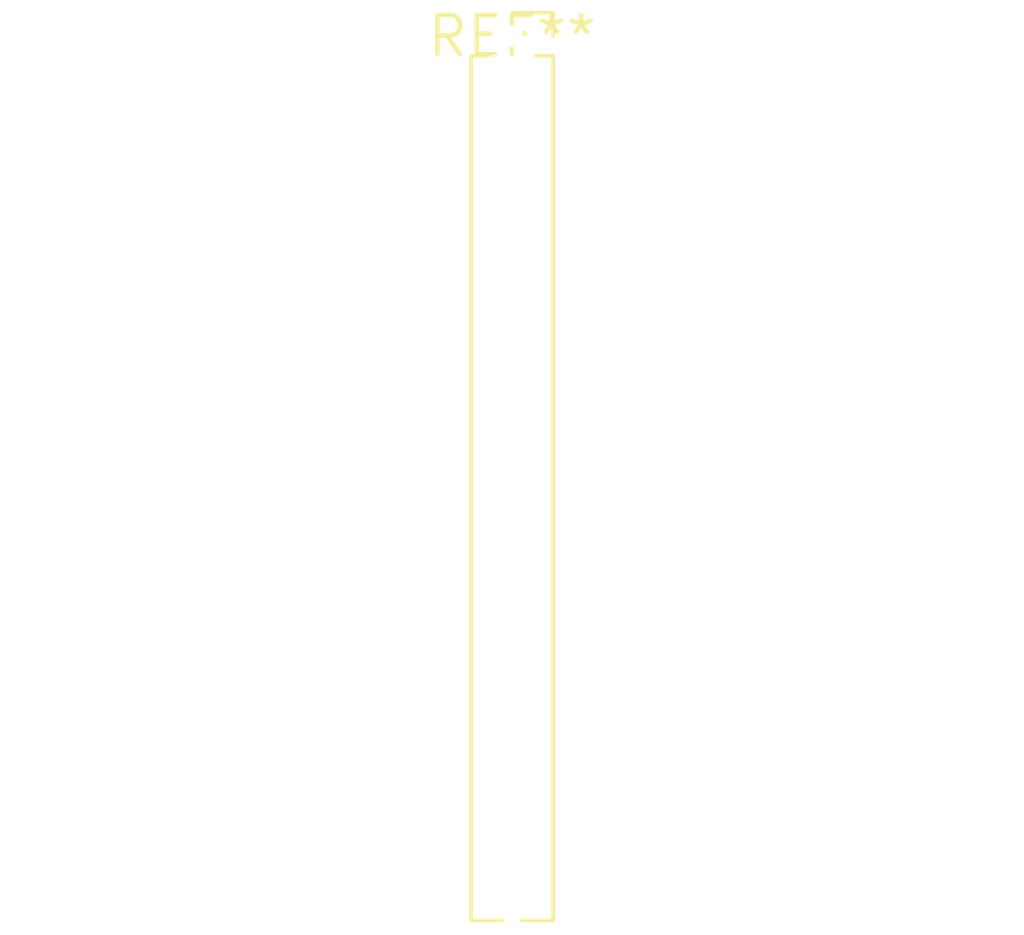
<source format=kicad_pcb>
(kicad_pcb (version 20240108) (generator pcbnew)
  (layers (0 "F.Cu" signal) (31 "B.Cu" signal) (34 "B.Paste" user) (35 "F.Paste" user) (36 "B.SilkS" user "B.Silkscreen") (37 "F.SilkS" user "F.Silkscreen") (38 "B.Mask" user) (39 "F.Mask" user) (44 "Edge.Cuts" user))
  (net 0 "")
  (footprint "PinSocket_1x23_P1.27mm_Vertical" (layer "F.Cu") (at 0 0)
    (property "Reference" "REF**")
    (property "Value" "PinSocket_1x23_P1.27mm_Vertical")
    (fp_line (start -1.33 0.635) (end -1.33 28.635) (layer "F.SilkS") (stroke (width 0.12)))
    (fp_line (start -1.33 0.635) (end -0.76 0.635) (layer "F.SilkS") (stroke (width 0.12)))
    (fp_line (start -1.33 28.635) (end -0.30753 28.635) (layer "F.SilkS") (stroke (width 0.12)))
    (fp_line (start 0 -0.76) (end 1.33 -0.76) (layer "F.SilkS") (stroke (width 0.12)))
    (fp_line (start 0.30753 28.635) (end 1.33 28.635) (layer "F.SilkS") (stroke (width 0.12)))
    (fp_line (start 0.76 0.635) (end 1.33 0.635) (layer "F.SilkS") (stroke (width 0.12)))
    (fp_line (start 1.33 -0.76) (end 1.33 0) (layer "F.SilkS") (stroke (width 0.12)))
    (fp_line (start 1.33 0.635) (end 1.33 28.635) (layer "F.SilkS") (stroke (width 0.12)))
    (pad "1" thru_hole rect (at 0 0) (size 1 1) (drill 0.7) (layers *.Cu *.Mask) (remove_unused_layers))
    (pad "2" thru_hole oval (at 0 1.27) (size 1 1) (drill 0.7) (layers *.Cu *.Mask) (remove_unused_layers))
    (pad "3" thru_hole oval (at 0 2.54) (size 1 1) (drill 0.7) (layers *.Cu *.Mask) (remove_unused_layers))
    (pad "4" thru_hole oval (at 0 3.81) (size 1 1) (drill 0.7) (layers *.Cu *.Mask) (remove_unused_layers))
    (pad "5" thru_hole oval (at 0 5.08) (size 1 1) (drill 0.7) (layers *.Cu *.Mask) (remove_unused_layers))
    (pad "6" thru_hole oval (at 0 6.35) (size 1 1) (drill 0.7) (layers *.Cu *.Mask) (remove_unused_layers))
    (pad "7" thru_hole oval (at 0 7.62) (size 1 1) (drill 0.7) (layers *.Cu *.Mask) (remove_unused_layers))
    (pad "8" thru_hole oval (at 0 8.89) (size 1 1) (drill 0.7) (layers *.Cu *.Mask) (remove_unused_layers))
    (pad "9" thru_hole oval (at 0 10.16) (size 1 1) (drill 0.7) (layers *.Cu *.Mask) (remove_unused_layers))
    (pad "10" thru_hole oval (at 0 11.43) (size 1 1) (drill 0.7) (layers *.Cu *.Mask) (remove_unused_layers))
    (pad "11" thru_hole oval (at 0 12.7) (size 1 1) (drill 0.7) (layers *.Cu *.Mask) (remove_unused_layers))
    (pad "12" thru_hole oval (at 0 13.97) (size 1 1) (drill 0.7) (layers *.Cu *.Mask) (remove_unused_layers))
    (pad "13" thru_hole oval (at 0 15.24) (size 1 1) (drill 0.7) (layers *.Cu *.Mask) (remove_unused_layers))
    (pad "14" thru_hole oval (at 0 16.51) (size 1 1) (drill 0.7) (layers *.Cu *.Mask) (remove_unused_layers))
    (pad "15" thru_hole oval (at 0 17.78) (size 1 1) (drill 0.7) (layers *.Cu *.Mask) (remove_unused_layers))
    (pad "16" thru_hole oval (at 0 19.05) (size 1 1) (drill 0.7) (layers *.Cu *.Mask) (remove_unused_layers))
    (pad "17" thru_hole oval (at 0 20.32) (size 1 1) (drill 0.7) (layers *.Cu *.Mask) (remove_unused_layers))
    (pad "18" thru_hole oval (at 0 21.59) (size 1 1) (drill 0.7) (layers *.Cu *.Mask) (remove_unused_layers))
    (pad "19" thru_hole oval (at 0 22.86) (size 1 1) (drill 0.7) (layers *.Cu *.Mask) (remove_unused_layers))
    (pad "20" thru_hole oval (at 0 24.13) (size 1 1) (drill 0.7) (layers *.Cu *.Mask) (remove_unused_layers))
    (pad "21" thru_hole oval (at 0 25.4) (size 1 1) (drill 0.7) (layers *.Cu *.Mask) (remove_unused_layers))
    (pad "22" thru_hole oval (at 0 26.67) (size 1 1) (drill 0.7) (layers *.Cu *.Mask) (remove_unused_layers))
    (pad "23" thru_hole oval (at 0 27.94) (size 1 1) (drill 0.7) (layers *.Cu *.Mask) (remove_unused_layers))
  )
)
</source>
